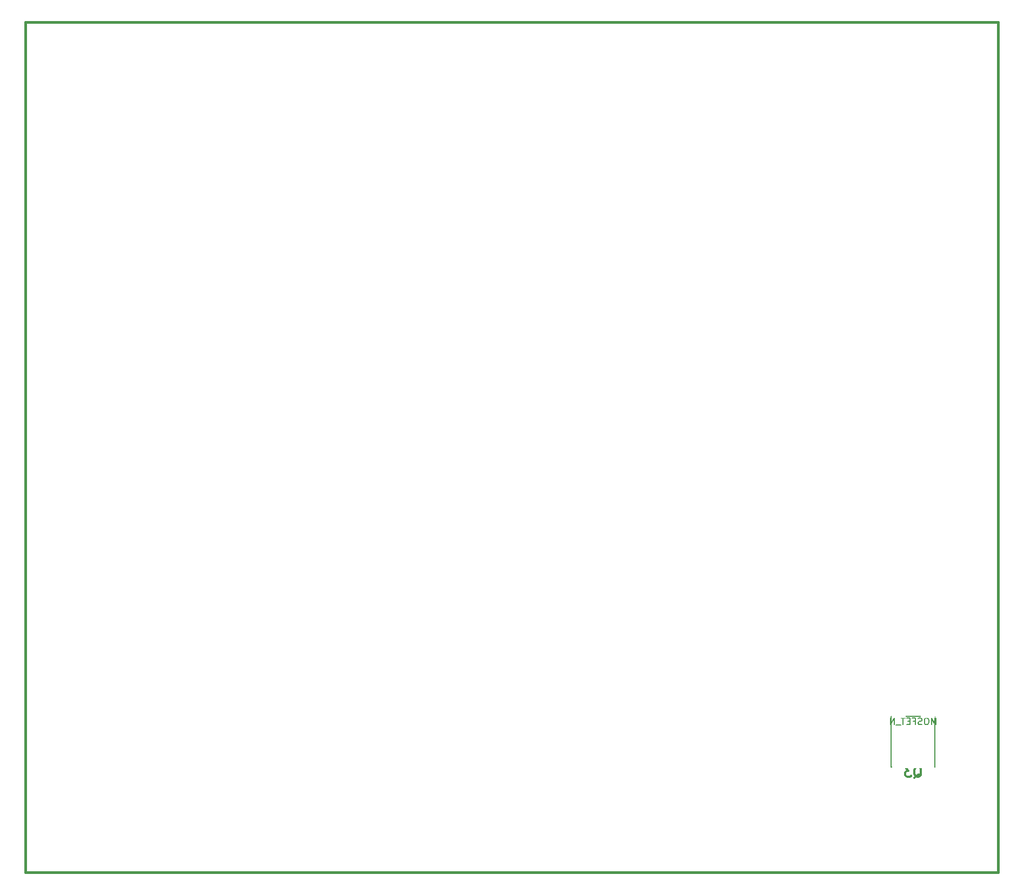
<source format=gbo>
G04 (created by PCBNEW-RS274X (2011-05-25)-stable) date Mon 06 Aug 2012 12:34:40 PM MDT*
G01*
G70*
G90*
%MOIN*%
G04 Gerber Fmt 3.4, Leading zero omitted, Abs format*
%FSLAX34Y34*%
G04 APERTURE LIST*
%ADD10C,0.006000*%
%ADD11C,0.015000*%
%ADD12C,0.005000*%
%ADD13C,0.012000*%
%ADD14C,0.008000*%
%ADD15R,0.140000X0.140000*%
%ADD16C,0.140000*%
%ADD17R,0.080000X0.080000*%
%ADD18C,0.080000*%
%ADD19O,0.110000X0.082000*%
%ADD20R,0.110000X0.082000*%
%ADD21O,0.082000X0.110000*%
%ADD22R,0.082000X0.110000*%
%ADD23C,0.090000*%
%ADD24R,0.090000X0.090000*%
%ADD25R,0.075000X0.075000*%
%ADD26C,0.075000*%
%ADD27R,0.085000X0.085000*%
%ADD28C,0.085000*%
%ADD29O,0.118400X0.090900*%
%ADD30C,0.320000*%
%ADD31R,0.085000X0.140000*%
%ADD32R,0.260000X0.260000*%
%ADD33R,0.147600X0.147600*%
%ADD34C,0.147600*%
%ADD35C,0.065000*%
G04 APERTURE END LIST*
G54D10*
G54D11*
X28250Y-64750D02*
X28250Y-62500D01*
X88250Y-64750D02*
X88250Y-62500D01*
X88250Y-61250D02*
X88250Y-62500D01*
X28250Y-62500D02*
X28250Y-60750D01*
X28250Y-12250D02*
X28250Y-62250D01*
X88250Y-12250D02*
X28250Y-12250D01*
X88250Y-62250D02*
X88250Y-12250D01*
X28250Y-64750D02*
X88250Y-64750D01*
G54D12*
X83550Y-55100D02*
X83550Y-53850D01*
X83550Y-53850D02*
X84250Y-53850D01*
X84250Y-53850D02*
X84250Y-55100D01*
X81750Y-55100D02*
X81750Y-53850D01*
X81750Y-53850D02*
X82450Y-53850D01*
X82450Y-53850D02*
X82450Y-55100D01*
X84350Y-57500D02*
X84350Y-55100D01*
X84350Y-55100D02*
X81650Y-55100D01*
X81650Y-55100D02*
X81650Y-58200D01*
X81650Y-58250D02*
X84350Y-58250D01*
X84350Y-58200D02*
X84350Y-57500D01*
G54D13*
X83057Y-58900D02*
X83114Y-58871D01*
X83171Y-58814D01*
X83257Y-58729D01*
X83314Y-58700D01*
X83371Y-58700D01*
X83343Y-58843D02*
X83400Y-58814D01*
X83457Y-58757D01*
X83486Y-58643D01*
X83486Y-58443D01*
X83457Y-58329D01*
X83400Y-58271D01*
X83343Y-58243D01*
X83229Y-58243D01*
X83171Y-58271D01*
X83114Y-58329D01*
X83086Y-58443D01*
X83086Y-58643D01*
X83114Y-58757D01*
X83171Y-58814D01*
X83229Y-58843D01*
X83343Y-58843D01*
X82885Y-58243D02*
X82514Y-58243D01*
X82714Y-58471D01*
X82628Y-58471D01*
X82571Y-58500D01*
X82542Y-58529D01*
X82514Y-58586D01*
X82514Y-58729D01*
X82542Y-58786D01*
X82571Y-58814D01*
X82628Y-58843D01*
X82800Y-58843D01*
X82857Y-58814D01*
X82885Y-58786D01*
G54D14*
X84400Y-55612D02*
X84400Y-55212D01*
X84266Y-55498D01*
X84133Y-55212D01*
X84133Y-55612D01*
X83867Y-55212D02*
X83790Y-55212D01*
X83752Y-55231D01*
X83714Y-55269D01*
X83695Y-55345D01*
X83695Y-55479D01*
X83714Y-55555D01*
X83752Y-55593D01*
X83790Y-55612D01*
X83867Y-55612D01*
X83905Y-55593D01*
X83943Y-55555D01*
X83962Y-55479D01*
X83962Y-55345D01*
X83943Y-55269D01*
X83905Y-55231D01*
X83867Y-55212D01*
X83543Y-55593D02*
X83486Y-55612D01*
X83390Y-55612D01*
X83352Y-55593D01*
X83333Y-55574D01*
X83314Y-55536D01*
X83314Y-55498D01*
X83333Y-55460D01*
X83352Y-55440D01*
X83390Y-55421D01*
X83467Y-55402D01*
X83505Y-55383D01*
X83524Y-55364D01*
X83543Y-55326D01*
X83543Y-55288D01*
X83524Y-55250D01*
X83505Y-55231D01*
X83467Y-55212D01*
X83371Y-55212D01*
X83314Y-55231D01*
X83009Y-55402D02*
X83143Y-55402D01*
X83143Y-55612D02*
X83143Y-55212D01*
X82952Y-55212D01*
X82800Y-55402D02*
X82666Y-55402D01*
X82609Y-55612D02*
X82800Y-55612D01*
X82800Y-55212D01*
X82609Y-55212D01*
X82495Y-55212D02*
X82266Y-55212D01*
X82381Y-55612D02*
X82381Y-55212D01*
X82228Y-55650D02*
X81923Y-55650D01*
X81828Y-55612D02*
X81828Y-55212D01*
X81599Y-55612D01*
X81599Y-55212D01*
%LPC*%
G54D15*
X55750Y-14750D03*
G54D16*
X40750Y-14750D03*
G54D17*
X65000Y-23000D03*
G54D18*
X66000Y-23000D03*
X67000Y-23000D03*
G54D17*
X65000Y-24500D03*
G54D18*
X66000Y-24500D03*
X67000Y-24500D03*
G54D17*
X65000Y-21500D03*
G54D18*
X66000Y-21500D03*
X67000Y-21500D03*
G54D17*
X34000Y-59750D03*
G54D18*
X35000Y-59750D03*
X36000Y-59750D03*
X37000Y-59750D03*
X38000Y-59750D03*
X39000Y-59750D03*
G54D17*
X46500Y-59750D03*
G54D18*
X47500Y-59750D03*
X48500Y-59750D03*
X49500Y-59750D03*
X50500Y-59750D03*
X51500Y-59750D03*
G54D19*
X49250Y-32750D03*
X49250Y-33750D03*
X49250Y-34750D03*
X49250Y-35750D03*
X49250Y-36750D03*
X49250Y-37750D03*
X49250Y-38750D03*
X49250Y-39750D03*
X49250Y-40750D03*
X49250Y-41750D03*
X49250Y-42750D03*
X49250Y-43750D03*
X49250Y-44750D03*
G54D20*
X49250Y-31750D03*
G54D19*
X52250Y-44750D03*
X52250Y-43750D03*
X52250Y-42750D03*
X52250Y-41750D03*
X52250Y-40750D03*
X52250Y-39750D03*
X52250Y-38750D03*
X52250Y-37750D03*
X52250Y-36750D03*
X52250Y-35750D03*
X52250Y-34750D03*
X52250Y-33750D03*
X52250Y-32750D03*
X52250Y-31750D03*
G54D21*
X34250Y-48250D03*
X35250Y-48250D03*
X36250Y-48250D03*
X37250Y-48250D03*
X38250Y-48250D03*
X39250Y-48250D03*
X40250Y-48250D03*
X41250Y-48250D03*
X42250Y-48250D03*
X43250Y-48250D03*
X44250Y-48250D03*
X45250Y-48250D03*
X46250Y-48250D03*
G54D22*
X33250Y-48250D03*
G54D21*
X46250Y-45250D03*
X45250Y-45250D03*
X44250Y-45250D03*
X43250Y-45250D03*
X42250Y-45250D03*
X41250Y-45250D03*
X40250Y-45250D03*
X39250Y-45250D03*
X38250Y-45250D03*
X37250Y-45250D03*
X36250Y-45250D03*
X35250Y-45250D03*
X34250Y-45250D03*
X33250Y-45250D03*
G54D22*
X49750Y-50750D03*
G54D21*
X50750Y-50750D03*
X51750Y-50750D03*
X52750Y-50750D03*
X53750Y-50750D03*
X54750Y-50750D03*
X55750Y-50750D03*
X56750Y-50750D03*
X57750Y-50750D03*
X57750Y-47750D03*
X56750Y-47750D03*
X55750Y-47750D03*
X54750Y-47750D03*
X53750Y-47750D03*
X52750Y-47750D03*
X51750Y-47750D03*
X50750Y-47750D03*
X49750Y-47750D03*
G54D23*
X82750Y-46250D03*
G54D24*
X86750Y-46250D03*
G54D25*
X85750Y-52750D03*
G54D26*
X82750Y-52750D03*
X69000Y-26750D03*
X67000Y-26750D03*
X74750Y-51250D03*
X72750Y-51250D03*
X55250Y-18000D03*
X55250Y-16000D03*
X77000Y-26750D03*
X77000Y-27750D03*
X69850Y-45350D03*
X71850Y-45350D03*
X77000Y-25750D03*
X77000Y-24750D03*
G54D17*
X59000Y-59750D03*
G54D18*
X60000Y-59750D03*
X61000Y-59750D03*
X62000Y-59750D03*
X63000Y-59750D03*
X64000Y-59750D03*
G54D24*
X66750Y-39750D03*
G54D23*
X66750Y-41750D03*
G54D26*
X83000Y-34750D03*
X83000Y-32750D03*
G54D23*
X66750Y-50750D03*
G54D24*
X66750Y-45750D03*
G54D23*
X75750Y-55250D03*
G54D24*
X71750Y-55250D03*
G54D25*
X77250Y-49750D03*
G54D26*
X77250Y-52750D03*
G54D25*
X77750Y-44500D03*
G54D26*
X74750Y-44500D03*
G54D17*
X72500Y-59750D03*
G54D18*
X73500Y-59750D03*
X74500Y-59750D03*
X75500Y-59750D03*
X76500Y-59750D03*
X77500Y-59750D03*
G54D19*
X73500Y-33750D03*
X73500Y-32750D03*
X73500Y-31750D03*
X73500Y-30750D03*
X73500Y-29750D03*
X73500Y-28750D03*
X73500Y-27750D03*
X73500Y-26750D03*
X73500Y-25750D03*
X73500Y-24750D03*
X73500Y-23750D03*
X73500Y-22750D03*
X73500Y-21750D03*
G54D20*
X73500Y-34750D03*
G54D19*
X70500Y-21750D03*
X70500Y-22750D03*
X70500Y-23750D03*
X70500Y-24750D03*
X70500Y-25750D03*
X70500Y-26750D03*
X70500Y-27750D03*
X70500Y-28750D03*
X70500Y-29750D03*
X70500Y-30750D03*
X70500Y-31750D03*
X70500Y-32750D03*
X70500Y-33750D03*
X70500Y-34750D03*
G54D17*
X68750Y-16500D03*
G54D18*
X68750Y-15500D03*
X69750Y-16500D03*
X69750Y-15500D03*
X70750Y-16500D03*
X70750Y-15500D03*
G54D26*
X87000Y-34750D03*
X87000Y-36750D03*
X84000Y-34750D03*
X84000Y-36750D03*
G54D27*
X68750Y-52250D03*
G54D28*
X69750Y-52250D03*
G54D24*
X62250Y-46750D03*
G54D23*
X64250Y-46750D03*
G54D26*
X64250Y-43750D03*
X62250Y-43750D03*
G54D24*
X76000Y-41000D03*
G54D23*
X76000Y-43000D03*
G54D27*
X76000Y-46250D03*
G54D28*
X76000Y-47250D03*
G54D26*
X75250Y-48750D03*
X77250Y-48750D03*
X67000Y-27750D03*
X69000Y-27750D03*
G54D28*
X67250Y-54250D03*
X64250Y-54250D03*
X64250Y-53250D03*
X67250Y-53250D03*
X86250Y-41750D03*
X86250Y-44750D03*
X84250Y-44750D03*
X84250Y-41750D03*
X45250Y-43750D03*
X45250Y-40750D03*
X70500Y-13750D03*
X73500Y-13750D03*
G54D25*
X64750Y-51250D03*
G54D26*
X63750Y-51250D03*
X63750Y-50250D03*
G54D23*
X75250Y-25250D03*
X75250Y-27250D03*
G54D22*
X43750Y-29250D03*
G54D21*
X44750Y-29250D03*
X45750Y-29250D03*
X46750Y-29250D03*
X47750Y-29250D03*
X48750Y-29250D03*
X49750Y-29250D03*
X50750Y-29250D03*
X51750Y-29250D03*
X51750Y-26250D03*
X50750Y-26250D03*
X49750Y-26250D03*
X48750Y-26250D03*
X47750Y-26250D03*
X46750Y-26250D03*
X45750Y-26250D03*
X44750Y-26250D03*
X43750Y-26250D03*
G54D22*
X33750Y-29250D03*
G54D21*
X34750Y-29250D03*
X35750Y-29250D03*
X36750Y-29250D03*
X37750Y-29250D03*
X38750Y-29250D03*
X39750Y-29250D03*
X40750Y-29250D03*
X41750Y-29250D03*
X41750Y-26250D03*
X40750Y-26250D03*
X39750Y-26250D03*
X38750Y-26250D03*
X37750Y-26250D03*
X36750Y-26250D03*
X35750Y-26250D03*
X34750Y-26250D03*
X33750Y-26250D03*
G54D22*
X33250Y-43750D03*
G54D21*
X34250Y-43750D03*
X35250Y-43750D03*
X36250Y-43750D03*
X37250Y-43750D03*
X38250Y-43750D03*
X39250Y-43750D03*
X40250Y-43750D03*
X41250Y-43750D03*
X41250Y-40750D03*
X40250Y-40750D03*
X39250Y-40750D03*
X38250Y-40750D03*
X37250Y-40750D03*
X36250Y-40750D03*
X35250Y-40750D03*
X34250Y-40750D03*
X33250Y-40750D03*
G54D22*
X41250Y-50750D03*
G54D21*
X40250Y-50750D03*
X39250Y-50750D03*
X38250Y-50750D03*
X37250Y-50750D03*
X36250Y-50750D03*
X35250Y-50750D03*
X34250Y-50750D03*
X33250Y-50750D03*
X33250Y-53750D03*
X34250Y-53750D03*
X35250Y-53750D03*
X36250Y-53750D03*
X37250Y-53750D03*
X38250Y-53750D03*
X39250Y-53750D03*
X40250Y-53750D03*
X41250Y-53750D03*
G54D28*
X83750Y-21000D03*
X80750Y-21000D03*
X83750Y-19250D03*
X80750Y-19250D03*
X53750Y-43750D03*
X56750Y-43750D03*
G54D22*
X41750Y-21750D03*
G54D21*
X40750Y-21750D03*
X39750Y-21750D03*
X38750Y-21750D03*
X37750Y-21750D03*
X36750Y-21750D03*
X35750Y-21750D03*
X34750Y-21750D03*
X34750Y-24750D03*
X35750Y-24750D03*
X36750Y-24750D03*
X37750Y-24750D03*
X38750Y-24750D03*
X39750Y-24750D03*
X40750Y-24750D03*
X41750Y-24750D03*
G54D22*
X42750Y-24750D03*
G54D21*
X43750Y-24750D03*
X44750Y-24750D03*
X45750Y-24750D03*
X46750Y-24750D03*
X47750Y-24750D03*
X48750Y-24750D03*
X49750Y-24750D03*
X49750Y-21750D03*
X48750Y-21750D03*
X47750Y-21750D03*
X46750Y-21750D03*
X45750Y-21750D03*
X44750Y-21750D03*
X43750Y-21750D03*
X42750Y-21750D03*
G54D17*
X86250Y-33250D03*
G54D18*
X86250Y-32250D03*
X86250Y-31250D03*
X86250Y-30250D03*
X86250Y-29250D03*
X86250Y-28250D03*
G54D29*
X78754Y-47750D03*
X78754Y-46372D03*
X78754Y-49128D03*
X79935Y-48459D03*
X79935Y-47041D03*
G54D30*
X30750Y-14750D03*
X85750Y-14750D03*
X30750Y-59750D03*
X85750Y-59750D03*
G54D25*
X49750Y-52250D03*
G54D26*
X50750Y-52250D03*
X51750Y-52250D03*
X52750Y-52250D03*
X53750Y-52250D03*
X54750Y-52250D03*
X55750Y-52250D03*
X56750Y-52250D03*
X57750Y-52250D03*
G54D28*
X81250Y-29000D03*
X81250Y-26000D03*
X81250Y-30750D03*
X81250Y-33750D03*
X53750Y-41750D03*
X56750Y-41750D03*
X43250Y-43750D03*
X43250Y-40750D03*
G54D17*
X51750Y-53750D03*
G54D18*
X50750Y-53750D03*
X49750Y-53750D03*
G54D17*
X54250Y-26750D03*
G54D18*
X54250Y-27750D03*
X54250Y-28750D03*
G54D17*
X31250Y-26750D03*
G54D18*
X31250Y-27750D03*
X31250Y-28750D03*
G54D17*
X30750Y-41250D03*
G54D18*
X30750Y-42250D03*
X30750Y-43250D03*
G54D17*
X30750Y-51250D03*
G54D18*
X30750Y-52250D03*
X30750Y-53250D03*
G54D22*
X33250Y-39250D03*
G54D21*
X34250Y-39250D03*
X35250Y-39250D03*
X36250Y-39250D03*
X37250Y-39250D03*
X38250Y-39250D03*
X39250Y-39250D03*
X40250Y-39250D03*
X40250Y-36250D03*
X39250Y-36250D03*
X38250Y-36250D03*
X37250Y-36250D03*
X36250Y-36250D03*
X35250Y-36250D03*
X34250Y-36250D03*
X33250Y-36250D03*
G54D17*
X41750Y-18750D03*
G54D18*
X40750Y-18750D03*
X39750Y-18750D03*
X38750Y-18750D03*
X37750Y-18750D03*
G54D17*
X51750Y-18750D03*
G54D18*
X50750Y-18750D03*
X49750Y-18750D03*
X48750Y-18750D03*
X47750Y-18750D03*
G54D17*
X56750Y-53750D03*
G54D18*
X55750Y-53750D03*
X54750Y-53750D03*
X53750Y-53750D03*
X52750Y-53750D03*
G54D17*
X40250Y-33250D03*
G54D18*
X39250Y-33250D03*
X38250Y-33250D03*
X37250Y-33250D03*
X36250Y-33250D03*
G54D25*
X79500Y-30500D03*
G54D26*
X79500Y-29500D03*
X78500Y-29500D03*
G54D25*
X80500Y-25000D03*
G54D26*
X80500Y-24000D03*
X79500Y-24000D03*
G54D17*
X75500Y-15500D03*
G54D18*
X75500Y-16500D03*
G54D17*
X73250Y-15500D03*
G54D18*
X73250Y-16500D03*
G54D17*
X36750Y-18750D03*
G54D18*
X35750Y-18750D03*
X34750Y-18750D03*
X33750Y-18750D03*
X32750Y-18750D03*
G54D17*
X46750Y-18750D03*
G54D18*
X45750Y-18750D03*
X44750Y-18750D03*
X43750Y-18750D03*
X42750Y-18750D03*
G54D17*
X35250Y-33250D03*
G54D18*
X34250Y-33250D03*
X33250Y-33250D03*
X32250Y-33250D03*
X31250Y-33250D03*
G54D28*
X77250Y-14000D03*
X80250Y-14000D03*
G54D17*
X66750Y-31750D03*
G54D18*
X67750Y-31750D03*
X68750Y-31750D03*
G54D17*
X78750Y-17500D03*
G54D18*
X78750Y-16500D03*
X78750Y-15500D03*
G54D31*
X82100Y-54500D03*
G54D32*
X83000Y-57000D03*
G54D31*
X83900Y-54500D03*
G54D23*
X78550Y-54350D03*
X85550Y-54350D03*
G54D33*
X70250Y-42750D03*
G54D34*
X72250Y-40750D03*
G54D33*
X79750Y-43050D03*
G54D34*
X81750Y-41050D03*
G54D26*
X42000Y-49500D03*
X43000Y-49500D03*
X48000Y-39750D03*
X47000Y-39750D03*
X54500Y-45000D03*
X55500Y-45000D03*
X56500Y-45750D03*
X57500Y-45750D03*
G54D28*
X79000Y-52250D03*
X82000Y-52250D03*
G54D35*
X63750Y-39750D03*
X62250Y-42500D03*
M02*

</source>
